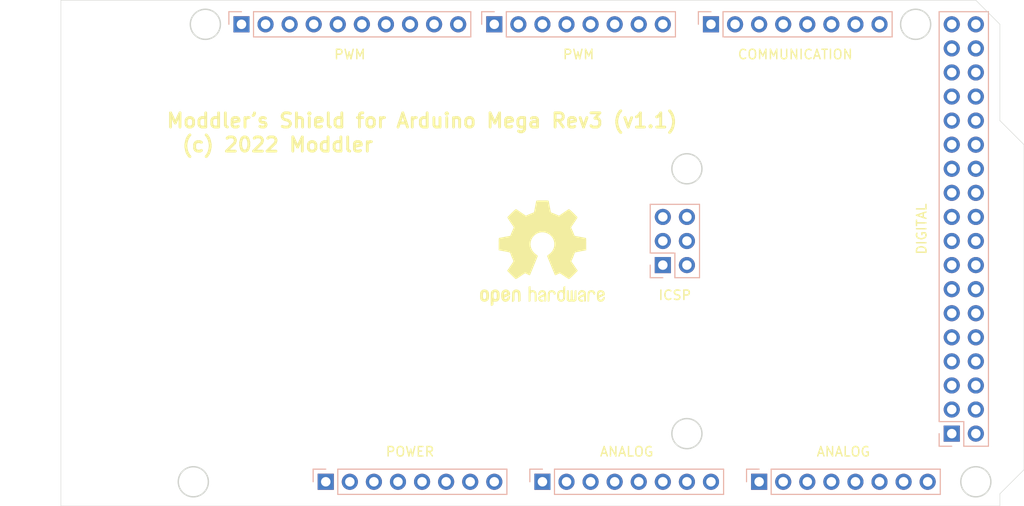
<source format=kicad_pcb>
(kicad_pcb (version 20211014) (generator pcbnew)
  (layers (0 "F.Cu" signal) (31 "B.Cu" signal) (34 "B.Paste" user) (35 "F.Paste" user) (36 "B.SilkS" user "B.Silkscreen") (37 "F.SilkS" user "F.Silkscreen") (38 "B.Mask" user) (39 "F.Mask" user) (44 "Edge.Cuts" user))
  (net 0 "")
  (net 1 "Net-(J1-Pad1)")
  (net 2 "/IOREF")
  (net 3 "/RESET")
  (net 4 "+3V3")
  (net 5 "+5V")
  (net 6 "GND")
  (net 7 "/VIN")
  (net 8 "/A7")
  (net 9 "/A6")
  (net 10 "/A5")
  (net 11 "/A4")
  (net 12 "/A3")
  (net 13 "/A2")
  (net 14 "/A1")
  (net 15 "/A0")
  (net 16 "/A15")
  (net 17 "/A14")
  (net 18 "/A13")
  (net 19 "/A12")
  (net 20 "/A11")
  (net 21 "/A10")
  (net 22 "/A9")
  (net 23 "/A8")
  (net 24 "/SCK")
  (net 25 "/CIPO")
  (net 26 "/COPI")
  (net 27 "/D48")
  (net 28 "/D49")
  (net 29 "/D46")
  (net 30 "/D47")
  (net 31 "/D44")
  (net 32 "/D45")
  (net 33 "/D42")
  (net 34 "/D43")
  (net 35 "/D40")
  (net 36 "/D41")
  (net 37 "/D38")
  (net 38 "/D39")
  (net 39 "/D36")
  (net 40 "/D37")
  (net 41 "/D34")
  (net 42 "/D35")
  (net 43 "/D32")
  (net 44 "/D33")
  (net 45 "/D30")
  (net 46 "/D31")
  (net 47 "/D28")
  (net 48 "/D29")
  (net 49 "/D26")
  (net 50 "/D27")
  (net 51 "/D24")
  (net 52 "/D25")
  (net 53 "/D22")
  (net 54 "/D23")
  (net 55 "/TX3")
  (net 56 "/RX3")
  (net 57 "/TX2")
  (net 58 "/RX2")
  (net 59 "/TX1")
  (net 60 "/RX1")
  (net 61 "/SDA")
  (net 62 "/SCL")
  (net 63 "/D7")
  (net 64 "/D6")
  (net 65 "/D5")
  (net 66 "/D4")
  (net 67 "/D3")
  (net 68 "/D2")
  (net 69 "/TX0")
  (net 70 "/RX0")
  (net 71 "/AREF")
  (net 72 "/D13")
  (net 73 "/D12")
  (net 74 "/D11")
  (net 75 "/D10")
  (net 76 "/D9")
  (net 77 "/D8")
  (net 78 "/~{SS}")
  (footprint "Symbol:OSHW-Logo2_14.6x12mm_SilkScreen" (layer "F.Cu") (at 152.4 102.87)
    (fp_text reference "REF**" hide)
    (fp_text value "OSHW-Logo2_14.6x12mm_SilkScreen" hide)
    (fp_poly (pts (xy -1.255402 3.723857) (xy -1.246846 3.843188) (xy -1.237019 3.913506) (xy -1.223401 3.944179) (xy -1.203473 3.944571) (xy -1.197011 3.94091) (xy -1.11106 3.914398) (xy -0.999255 3.915946) (xy -0.885586 3.943199) (xy -0.81449 3.978455) (xy -0.741595 4.034778) (xy -0.688307 4.098519) (xy -0.651725 4.17951) (xy -0.62895 4.287586) (xy -0.617081 4.43258) (xy -0.613218 4.624326) (xy -0.613149 4.661109) (xy -0.613103 5.074288) (xy -0.705046 5.106339) (xy -0.770348 5.128144) (xy -0.806176 5.138297) (xy -0.80723 5.138391) (xy -0.810758 5.11086) (xy -0.813761 5.034923) (xy -0.81601 4.920565) (xy -0.817276 4.777769) (xy -0.817471 4.690951) (xy -0.817877 4.519773) (xy -0.819968 4.397088) (xy -0.825053 4.313) (xy -0.83444 4.257614) (xy -0.849439 4.221032) (xy -0.871358 4.193359) (xy -0.885043 4.180032) (xy -0.979051 4.126328) (xy -1.081636 4.122307) (xy -1.17471 4.167725) (xy -1.191922 4.184123) (xy -1.217168 4.214957) (xy -1.23468 4.251531) (xy -1.245858 4.304415) (xy -1.252104 4.384177) (xy -1.254818 4.501385) (xy -1.255402 4.662991) (xy -1.255402 5.074288) (xy -1.347345 5.106339) (xy -1.412647 5.128144) (xy -1.448475 5.138297) (xy -1.449529 5.138391) (xy -1.452225 5.110448) (xy -1.454655 5.03163) (xy -1.456722 4.909453) (xy -1.458329 4.751432) (xy -1.459377 4.565083) (xy -1.459769 4.35792) (xy -1.45977 4.348706) (xy -1.45977 3.55902) (xy -1.364885 3.518997) (xy -1.27 3.478973) (xy -1.255402 3.723857)) (layer "F.SilkS") (width 0.01) (fill solid))
    (fp_poly (pts (xy -4.8281 3.861903) (xy -4.71655 3.917522) (xy -4.618092 4.019931) (xy -4.590977 4.057864) (xy -4.561438 4.1075) (xy -4.542272 4.161412) (xy -4.531307 4.233364) (xy -4.526371 4.337122) (xy -4.525287 4.474101) (xy -4.530182 4.661815) (xy -4.547196 4.802758) (xy -4.579823 4.907908) (xy -4.631558 4.988243) (xy -4.705896 5.054741) (xy -4.711358 5.058678) (xy -4.78462 5.098953) (xy -4.87284 5.11888) (xy -4.985038 5.123793) (xy -5.167433 5.123793) (xy -5.167509 5.300857) (xy -5.169207 5.39947) (xy -5.17955 5.457314) (xy -5.206578 5.492006) (xy -5.258332 5.521164) (xy -5.270761 5.527121) (xy -5.328923 5.555039) (xy -5.373956 5.572672) (xy -5.407441 5.574194) (xy -5.430962 5.553781) (xy -5.4461 5.505607) (xy -5.454437 5.423846) (xy -5.457556 5.302672) (xy -5.45704 5.13626) (xy -5.454471 4.918785) (xy -5.453668 4.853736) (xy -5.450778 4.629502) (xy -5.448188 4.482821) (xy -5.167586 4.482821) (xy -5.166009 4.607326) (xy -5.159 4.688787) (xy -5.143142 4.742515) (xy -5.115019 4.783823) (xy -5.095925 4.803971) (xy -5.017865 4.862921) (xy -4.948753 4.86772) (xy -4.87744 4.819038) (xy -4.875632 4.817241) (xy -4.846617 4.779618) (xy -4.828967 4.728484) (xy -4.820064 4.649738) (xy -4.817291 4.529276) (xy -4.817241 4.502588) (xy -4.823942 4.336583) (xy -4.845752 4.221505) (xy -4.885235 4.151254) (xy -4.944956 4.119729) (xy -4.979472 4.116552) (xy -5.061389 4.13146) (xy -5.117579 4.180548) (xy -5.151402 4.270362) (xy -5.16622 4.407445) (xy -5.167586 4.482821) (xy -5.448188 4.482821) (xy -5.447713 4.455952) (xy -5.443753 4.325382) (xy -5.438174 4.230087) (xy -5.430254 4.162364) (xy -5.419269 4.114507) (xy -5.404499 4.078813) (xy -5.385218 4.047578) (xy -5.376951 4.035824) (xy -5.267288 3.924797) (xy -5.128635 3.861847) (xy -4.968246 3.844297) (xy -4.8281 3.861903)) (layer "F.SilkS") (width 0.01) (fill solid))
    (fp_poly (pts (xy 0.079944 3.92436) (xy 0.194343 3.966842) (xy 0.195652 3.967658) (xy 0.266403 4.01973) (xy 0.318636 4.080584) (xy 0.355371 4.159887) (xy 0.379634 4.267309) (xy 0.394445 4.412517) (xy 0.402829 4.605179) (xy 0.403564 4.632628) (xy 0.41412 5.046521) (xy 0.325291 5.092456) (xy 0.261018 5.123498) (xy 0.22221 5.138206) (xy 0.220415 5.138391) (xy 0.2137 5.11125) (xy 0.208365 5.038041) (xy 0.205083 4.931081) (xy 0.204368 4.844469) (xy 0.204351 4.704162) (xy 0.197937 4.616051) (xy 0.17558 4.574025) (xy 0.127732 4.571975) (xy 0.044849 4.60379) (xy -0.080287 4.662272) (xy -0.172303 4.710845) (xy -0.219629 4.752986) (xy -0.233542 4.798916) (xy -0.233563 4.801189) (xy -0.210605 4.880311) (xy -0.14263 4.923055) (xy -0.038602 4.929246) (xy 0.03633 4.928172) (xy 0.075839 4.949753) (xy 0.100478 5.001591) (xy 0.114659 5.067632) (xy 0.094223 5.105104) (xy 0.086528 5.110467) (xy 0.014083 5.132006) (xy -0.087367 5.135055) (xy -0.191843 5.120778) (xy -0.265875 5.094688) (xy -0.368228 5.007785) (xy -0.426409 4.886816) (xy -0.437931 4.792308) (xy -0.429138 4.707062) (xy -0.39732 4.637476) (xy -0.334316 4.575672) (xy -0.231969 4.513772) (xy -0.082118 4.443897) (xy -0.072988 4.439948) (xy 0.061997 4.377588) (xy 0.145294 4.326446) (xy 0.180997 4.280488) (xy 0.173203 4.233683) (xy 0.126007 4.179998) (xy 0.111894 4.167644) (xy 0.017359 4.119741) (xy -0.080594 4.121758) (xy -0.165903 4.168724) (xy -0.222504 4.255669) (xy -0.227763 4.272734) (xy -0.278977 4.355504) (xy -0.343963 4.395372) (xy -0.437931 4.434882) (xy -0.437931 4.332658) (xy -0.409347 4.184072) (xy -0.324505 4.047784) (xy -0.280355 4.002191) (xy -0.179995 3.943674) (xy -0.052365 3.917184) (xy 0.079944 3.92436)) (layer "F.SilkS") (width 0.01) (fill solid))
    (fp_poly (pts (xy 2.393914 4.154455) (xy 2.393543 4.372661) (xy 2.392108 4.540519) (xy 2.389002 4.66607) (xy 2.383622 4.757355) (xy 2.375362 4.822415) (xy 2.363616 4.869291) (xy 2.347781 4.906024) (xy 2.33579 4.926991) (xy 2.23649 5.040694) (xy 2.110588 5.111965) (xy 1.971291 5.137538) (xy 1.831805 5.11415) (xy 1.748743 5.072119) (xy 1.661545 4.999411) (xy 1.602117 4.910612) (xy 1.566261 4.79432) (xy 1.549781 4.639135) (xy 1.547447 4.525287) (xy 1.547761 4.517106) (xy 1.751724 4.517106) (xy 1.75297 4.647657) (xy 1.758678 4.73408) (xy 1.771804 4.790618) (xy 1.795306 4.831514) (xy 1.823386 4.862362) (xy 1.917688 4.921905) (xy 2.01894 4.926992) (xy 2.114636 4.877279) (xy 2.122084 4.870543) (xy 2.153874 4.835502) (xy 2.173808 4.793811) (xy 2.1846 4.731762) (xy 2.188965 4.635644) (xy 2.189655 4.529379) (xy 2.188159 4.39588) (xy 2.181964 4.306822) (xy 2.168514 4.248293) (xy 2.145251 4.206382) (xy 2.126175 4.184123) (xy 2.037563 4.127985) (xy 1.935508 4.121235) (xy 1.838095 4.164114) (xy 1.819296 4.180032) (xy 1.787293 4.215382) (xy 1.767318 4.257502) (xy 1.756593 4.320251) (xy 1.752339 4.417487) (xy 1.751724 4.517106) (xy 1.547761 4.517106) (xy 1.554504 4.341947) (xy 1.578472 4.204195) (xy 1.623548 4.100632) (xy 1.693928 4.019856) (xy 1.748743 3.978455) (xy 1.848376 3.933728) (xy 1.963855 3.912967) (xy 2.071199 3.918525) (xy 2.131264 3.940943) (xy 2.154835 3.947323) (xy 2.170477 3.923535) (xy 2.181395 3.859788) (xy 2.189655 3.762687) (xy 2.198699 3.654541) (xy 2.211261 3.589475) (xy 2.234119 3.552268) (xy 2.274051 3.527699) (xy 2.299138 3.516819) (xy 2.394023 3.477072) (xy 2.393914 4.154455)) (layer "F.SilkS") (width 0.01) (fill solid))
    (fp_poly (pts (xy 4.314406 3.935156) (xy 4.398469 3.973393) (xy 4.46445 4.019726) (xy 4.512794 4.071532) (xy 4.546172 4.138363) (xy 4.567253 4.229769) (xy 4.578707 4.355301) (xy 4.583203 4.524508) (xy 4.583678 4.635933) (xy 4.583678 5.070627) (xy 4.509316 5.104509) (xy 4.450746 5.129272) (xy 4.42173 5.138391) (xy 4.416179 5.111257) (xy 4.411775 5.038094) (xy 4.409078 4.931263) (xy 4.408506 4.846437) (xy 4.406046 4.723887) (xy 4.399412 4.626668) (xy 4.389726 4.567134) (xy 4.382032 4.554483) (xy 4.330311 4.567402) (xy 4.249117 4.600539) (xy 4.155102 4.645461) (xy 4.064917 4.693735) (xy 3.995215 4.736928) (xy 3.962648 4.766608) (xy 3.962519 4.766929) (xy 3.96532 4.821857) (xy 3.990439 4.874292) (xy 4.034541 4.916881) (xy 4.098909 4.931126) (xy 4.153921 4.929466) (xy 4.231835 4.928245) (xy 4.272732 4.946498) (xy 4.297295 4.994726) (xy 4.300392 5.00382) (xy 4.31104 5.072598) (xy 4.282565 5.11436) (xy 4.208344 5.134263) (xy 4.128168 5.137944) (xy 3.98389 5.110658) (xy 3.909203 5.07169) (xy 3.816963 4.980148) (xy 3.768043 4.867782) (xy 3.763654 4.749051) (xy 3.805001 4.638411) (xy 3.867197 4.56908) (xy 3.929294 4.530265) (xy 4.026895 4.481125) (xy 4.140632 4.431292) (xy 4.15959 4.423677) (xy 4.284521 4.368545) (xy 4.356539 4.319954) (xy 4.3797 4.271647) (xy 4.358064 4.21737) (xy 4.32092 4.174943) (xy 4.233127 4.122702) (xy 4.13653 4.118784) (xy 4.047944 4.159041) (xy 3.984186 4.239326) (xy 3.975817 4.26004) (xy 3.927096 4.336225) (xy 3.855965 4.392785) (xy 3.766207 4.439201) (xy 3.766207 4.307584) (xy 3.77149 4.227168) (xy 3.794142 4.163786) (xy 3.844367 4.096163) (xy 3.892582 4.044076) (xy 3.967554 3.970322) (xy 4.025806 3.930702) (xy 4.088372 3.91481) (xy 4.159193 3.912184) (xy 4.314406 3.935156)) (layer "F.SilkS") (width 0.01) (fill solid))
    (fp_poly (pts (xy 0.209014 -5.547002) (xy 0.367006 -5.546137) (xy 0.481347 -5.543795) (xy 0.559407 -5.539238) (xy 0.608554 -5.53173) (xy 0.636159 -5.520534) (xy 0.649592 -5.504912) (xy 0.656221 -5.484127) (xy 0.656865 -5.481437) (xy 0.666935 -5.432887) (xy 0.685575 -5.337095) (xy 0.710845 -5.204257) (xy 0.740807 -5.044569) (xy 0.773522 -4.868226) (xy 0.774664 -4.862033) (xy 0.807433 -4.689218) (xy 0.838093 -4.536531) (xy 0.864664 -4.413129) (xy 0.885167 -4.328169) (xy 0.897626 -4.29081) (xy 0.89822 -4.290148) (xy 0.934919 -4.271905) (xy 1.010586 -4.241503) (xy 1.108878 -4.205507) (xy 1.109425 -4.205315) (xy 1.233233 -4.158778) (xy 1.379196 -4.099496) (xy 1.516781 -4.039891) (xy 1.523293 -4.036944) (xy 1.74739 -3.935235) (xy 2.243619 -4.274103) (xy 2.395846 -4.377408) (xy 2.533741 -4.469763) (xy 2.649315 -4.545916) (xy 2.734579 -4.600615) (xy 2.781544 -4.628607) (xy 2.786004 -4.630683) (xy 2.820134 -4.62144) (xy 2.883881 -4.576844) (xy 2.979731 -4.494791) (xy 3.110169 -4.373179) (xy 3.243328 -4.243795) (xy 3.371694 -4.116298) (xy 3.486581 -3.999954) (xy 3.581073 -3.901948) (xy 3.648253 -3.829464) (xy 3.681206 -3.789687) (xy 3.682432 -3.787639) (xy 3.686074 -3.760344) (xy 3.67235 -3.715766) (xy 3.637869 -3.647888) (xy 3.579239 -3.550689) (xy 3.49307 -3.418149) (xy 3.3782 -3.247524) (xy 3.276254 -3.097345) (xy 3.185123 -2.96265) (xy 3.110073 -2.85126) (xy 3.056369 -2.770995) (xy 3.02928 -2.729675) (xy 3.027574 -2.72687) (xy 3.030882 -2.687279) (xy 3.055953 -2.610331) (xy 3.097798 -2.510568) (xy 3.112712 -2.478709) (xy 3.177786 -2.336774) (xy 3.247212 -2.175727) (xy 3.303609 -2.036379) (xy 3.344247 -1.932956) (xy 3.376526 -1.854358) (xy 3.395178 -1.81328) (xy 3.397497 -1.810115) (xy 3.431803 -1.804872) (xy 3.512669 -1.790506) (xy 3.629343 -1.769063) (xy 3.771075 -1.742587) (xy 3.92711 -1.713123) (xy 4.086698 -1.682717) (xy 4.239085 -1.653412) (xy 4.373521 -1.627255) (xy 4.479252 -1.60629) (xy 4.545526 -1.592561) (xy 4.561782 -1.58868) (xy 4.578573 -1.5791) (xy 4.591249 -1.557464) (xy 4.600378 -1.516469) (xy 4.606531 -1.448811) (xy 4.61028 -1.347188) (xy 4.612192 -1.204297) (xy 4.61284 -1.012835) (xy 4.612874 -0.934355) (xy 4.612874 -0.296094) (xy 4.459598 -0.26584) (xy 4.374322 -0.249436) (xy 4.24707 -0.225491) (xy 4.093315 -0.196893) (xy 3.928534 -0.166533) (xy 3.882989 -0.158194) (xy 3.730932 -0.12863) (xy 3.598468 -0.099558) (xy 3.496714 -0.073671) (xy 3.436788 -0.053663) (xy 3.426805 -0.047699) (xy 3.402293 -0.005466) (xy 3.367148 0.07637) (xy 3.328173 0.181683) (xy 3.320442 0.204368) (xy 3.26936 0.345018) (xy 3.205954 0.503714) (xy 3.143904 0.646225) (xy 3.143598 0.646886) (xy 3.040267 0.87044) (xy 3.719961 1.870232) (xy 3.283621 2.3073) (xy 3.151649 2.437381) (xy 3.031279 2.552048) (xy 2.929273 2.645181) (xy 2.852391 2.710658) (xy 2.807393 2.742357) (xy 2.800938 2.744368) (xy 2.76304 2.728529) (xy 2.685708 2.684496) (xy 2.577389 2.61749) (xy 2.446532 2.532734) (xy 2.305052 2.437816) (xy 2.161461 2.340998) (xy 2.033435 2.256751) (xy 1.929105 2.190258) (xy 1.8566 2.146702) (xy 1.824158 2.131264) (xy 1.784576 2.144328) (xy 1.709519 2.17875) (xy 1.614468 2.22738) (xy 1.604392 2.232785) (xy 1.476391 2.29698) (xy 1.388618 2.328463) (xy 1.334028 2.328798) (xy 1.305575 2.299548) (xy 1.30541 2.299138) (xy 1.291188 2.264498) (xy 1.257269 2.182269) (xy 1.206284 2.058814) (xy 1.140862 1.900498) (xy 1.063634 1.713686) (xy 0.977229 1.504742) (xy 0.893551 1.302446) (xy 0.801588 1.0792) (xy 0.71715 0.872392) (xy 0.642769 0.688362) (xy 0.580974 0.533451) (xy 0.534297 0.413996) (xy 0.505268 0.336339) (xy 0.496322 0.307356) (xy 0.518756 0.27411) (xy 0.577439 0.221123) (xy 0.655689 0.162704) (xy 0.878534 -0.022048) (xy 1.052718 -0.233818) (xy 1.176154 -0.468144) (xy 1.246754 -0.720566) (xy 1.262431 -0.986623) (xy 1.251036 -1.109425) (xy 1.18895 -1.364207) (xy 1.082023 -1.589199) (xy 0.936889 -1.782183) (xy 0.760178 -1.940939) (xy 0.558522 -2.06325) (xy 0.338554 -2.146895) (xy 0.106906 -2.189656) (xy -0.129791 -2.189313) (xy -0.364905 -2.143648) (xy -0.591804 -2.050441) (xy -0.803856 -1.907473) (xy -0.892364 -1.826617) (xy -1.062111 -1.618993) (xy -1.180301 -1.392105) (xy -1.247722 -1.152567) (xy -1.26516 -0.906993) (xy -1.233402 -0.661997) (xy -1.153235 -0.424192) (xy -1.025445 -0.200193) (xy -0.85082 0.003387) (xy -0.655688 0.162704) (xy -0.574409 0.223602) (xy -0.516991 0.276015) (xy -0.496322 0.307406) (xy -0.507144 0.341639) (xy -0.537923 0.423419) (xy -0.586126 0.546407) (xy -0.649222 0.704263) (xy -0.724678 0.890649) (xy -0.809962 1.099226) (xy -0.893781 1.302496) (xy -0.986255 1.525933) (xy -1.071911 1.732984) (xy -1.148118 1.917286) (xy -1.212247 2.072475) (xy -1.261668 2.192188) (xy -1.293752 2.270061) (xy -1.305641 2.299138) (xy -1.333726 2.328677) (xy -1.388051 2.328591) (xy -1.475605 2.297326) (xy -1.603381 2.233329) (xy -1.604392 2.232785) (xy -1.700598 2.183121) (xy -1.778369 2.146945) (xy -1.822223 2.131408) (xy -1.824158 2.131264) (xy -1.857171 2.147024) (xy -1.930054 2.19085) (xy -2.034678 2.257557) (xy -2.16291 2.341964) (xy -2.305052 2.437816) (xy -2.449767 2.534867) (xy -2.580196 2.61927) (xy -2.68789 2.685801) (xy -2.764402 2.729238) (xy -2.800938 2.744368) (xy -2.834582 2.724482) (xy -2.902224 2.668903) (xy -2.997107 2.583754) (xy -3.11247 2.475153) (xy -3.241555 2.349221) (xy -3.283771 2.307149) (xy -3.720261 1.869931) (xy -3.388023 1.38234) (xy -3.287054 1.232605) (xy -3.198438 1.09822) (xy -3.127146 0.986969) (xy -3.07815 0.906639) (xy -3.056422 0.865014) (xy -3.055785 0.862053) (xy -3.06724 0.822818) (xy -3.098051 0.743895) (xy -3.142884 0.638509) (xy -3.174353 0.567954) (xy -3.233192 0.432876) (xy -3.288604 0.296409) (xy -3.331564 0.181103) (xy -3.343234 0.145977) (xy -3.376389 0.052174) (xy -3.408799 -0.020306) (xy -3.426601 -0.047699) (xy -3.465886 -0.064464) (xy -3.551626 -0.08823) (xy -3.672697 -0.116303) (xy -3.817973 -0.145991) (xy -3.882988 -0.158194) (xy -4.048087 -0.188532) (xy -4.206448 -0.217907) (xy -4.342596 -0.243431) (xy -4.441057 -0.262215) (xy -4.459598 -0.26584) (xy -4.612873 -0.296094) (xy -4.612873 -0.934355) (xy -4.612529 -1.14423) (xy -4.611116 -1.30302) (xy -4.608064 -1.418027) (xy -4.602803 -1.496554) (xy -4.594763 -1.545904) (xy -4.583373 -1.573381) (xy -4.568063 -1.586287) (xy -4.561782 -1.58868) (xy -4.523896 -1.597167) (xy -4.440195 -1.6141) (xy -4.321433 -1.637434) (xy -4.178361 -1.665125) (xy -4.021732 -1.695127) (xy -3.862297 -1.725396) (xy -3.710809 -1.753885) (xy -3.578019 -1.778551) (xy -3.474681 -1.797349) (xy -3.411545 -1.808233) (xy -3.397497 -1.810115) (xy -3.38477 -1.835296) (xy -3.3566 -1.902378) (xy -3.318252 -1.998667) (xy -3.303609 -2.036379) (xy -3.244548 -2.182079) (xy -3.175 -2.343049) (xy -3.112712 -2.478709) (xy -3.066879 -2.582439) (xy -3.036387 -2.667674) (xy -3.026208 -2.719874) (xy -3.027831 -2.72687) (xy -3.049343 -2.759898) (xy -3.098465 -2.833357) (xy -3.169923 -2.939423) (xy -3.258445 -3.070274) (xy -3.358759 -3.218088) (xy -3.378594 -3.247266) (xy -3.494988 -3.420137) (xy -3.580548 -3.551774) (xy -3.638684 -3.648239) (xy -3.672808 -3.715592) (xy -3.686331 -3.759894) (xy -3.682664 -3.787206) (xy -3.68257 -3.78738) (xy -3.653707 -3.823254) (xy -3.589867 -3.892609) (xy -3.497969 -3.988255) (xy -3.384933 -4.103001) (xy -3.257679 -4.229659) (xy -3.243328 -4.243795) (xy -3.082957 -4.399097) (xy -2.959195 -4.51313) (xy -2.869555 -4.587998) (xy -2.811552 -4.625804) (xy -2.786004 -4.630683) (xy -2.748718 -4.609397) (xy -2.671343 -4.560227) (xy -2.561867 -4.488425) (xy -2.42828 -4.399245) (xy -2.27857 -4.297937) (xy -2.243618 -4.274103) (xy -1.74739 -3.935235) (xy -1.523293 -4.036944) (xy -1.387011 -4.096217) (xy -1.240724 -4.15583) (xy -1.114965 -4.20336) (xy -1.109425 -4.205315) (xy -1.011057 -4.241323) (xy -0.935229 -4.271771) (xy -0.898282 -4.290095) (xy -0.89822 -4.290148) (xy -0.886496 -4.323271) (xy -0.866568 -4.404733) (xy -0.840413 -4.525375) (xy -0.81001 -4.676041) (xy -0.777337 -4.847572) (xy -0.774664 -4.862033) (xy -0.74189 -5.038765) (xy -0.711802 -5.19919) (xy -0.686339 -5.333112) (xy -0.667441 -5.430337) (xy -0.657047 -5.480668) (xy -0.656865 -5.481437) (xy -0.650539 -5.502847) (xy -0.638239 -5.519012) (xy -0.612594 -5.530669) (xy -0.566235 -5.538555) (xy -0.491792 -5.543407) (xy -0.381895 -5.545961) (xy -0.229175 -5.546955) (xy -0.026262 -5.547126) (xy 0 -5.547126) (xy 0.209014 -5.547002)) (layer "F.SilkS") (width 0.01) (fill solid))
    (fp_poly (pts (xy 6.343439 3.95654) (xy 6.45895 4.032034) (xy 6.514664 4.099617) (xy 6.558804 4.222255) (xy 6.562309 4.319298) (xy 6.554368 4.449056) (xy 6.255115 4.580039) (xy 6.109611 4.646958) (xy 6.014537 4.70079) (xy 5.965101 4.747416) (xy 5.956511 4.79272) (xy 5.983972 4.842582) (xy 6.014253 4.875632) (xy 6.102363 4.928633) (xy 6.198196 4.932347) (xy 6.286212 4.891041) (xy 6.350869 4.808983) (xy 6.362433 4.780008) (xy 6.417825 4.689509) (xy 6.481553 4.65094) (xy 6.568966 4.617946) (xy 6.568966 4.743034) (xy 6.561238 4.828156) (xy 6.530966 4.899938) (xy 6.467518 4.982356) (xy 6.458088 4.993066) (xy 6.387513 5.066391) (xy 6.326847 5.105742) (xy 6.25095 5.123845) (xy 6.18803 5.129774) (xy 6.075487 5.131251) (xy 5.99537 5.112535) (xy 5.94539 5.084747) (xy 5.866838 5.023641) (xy 5.812463 4.957554) (xy 5.778052 4.874441) (xy 5.759388 4.762254) (xy 5.752256 4.608946) (xy 5.751687 4.531136) (xy 5.753622 4.437853) (xy 5.929899 4.437853) (xy 5.931944 4.487896) (xy 5.937039 4.496092) (xy 5.970666 4.484958) (xy 6.04303 4.455493) (xy 6.139747 4.413601) (xy 6.159973 4.404597) (xy 6.282203 4.342442) (xy 6.349547 4.287815) (xy 6.364348 4.236649) (xy 6.328947 4.184876) (xy 6.299711 4.162) (xy 6.194216 4.11625) (xy 6.095476 4.123808) (xy 6.012812 4.179651) (xy 5.955548 4.278753) (xy 5.937188 4.357414) (xy 5.929899 4.437853) (xy 5.753622 4.437853) (xy 5.755459 4.349351) (xy 5.769359 4.214853) (xy 5.796894 4.116916) (xy 5.841572 4.044811) (xy 5.906901 3.987813) (xy 5.935383 3.969393) (xy 6.064763 3.921422) (xy 6.206412 3.918403) (xy 6.343439 3.95654)) (layer "F.SilkS") (width 0.01) (fill solid))
    (fp_poly (pts (xy 3.580124 3.93984) (xy 3.584579 4.016653) (xy 3.588071 4.133391) (xy 3.590315 4.280821) (xy 3.591035 4.435455) (xy 3.591035 4.958727) (xy 3.498645 5.051117) (xy 3.434978 5.108047) (xy 3.379089 5.131107) (xy 3.302702 5.129647) (xy 3.27238 5.125934) (xy 3.17761 5.115126) (xy 3.099222 5.108933) (xy 3.080115 5.108361) (xy 3.015699 5.112102) (xy 2.923571 5.121494) (xy 2.88785 5.125934) (xy 2.800114 5.132801) (xy 2.741153 5.117885) (xy 2.68269 5.071835) (xy 2.661585 5.051117) (xy 2.569195 4.958727) (xy 2.569195 3.979947) (xy 2.643558 3.946066) (xy 2.70759 3.92097) (xy 2.745052 3.912184) (xy 2.754657 3.93995) (xy 2.763635 4.01753) (xy 2.771386 4.136348) (xy 2.777314 4.287828) (xy 2.780173 4.415805) (xy 2.788161 4.919425) (xy 2.857848 4.929278) (xy 2.921229 4.922389) (xy 2.952286 4.900083) (xy 2.960967 4.858379) (xy 2.968378 4.769544) (xy 2.973931 4.644834) (xy 2.977036 4.495507) (xy 2.977484 4.418661) (xy 2.977931 3.976287) (xy 3.069874 3.944235) (xy 3.134949 3.922443) (xy 3.170347 3.912281) (xy 3.171368 3.912184) (xy 3.17492 3.939809) (xy 3.178823 4.016411) (xy 3.182751 4.132579) (xy 3.186376 4.278904) (xy 3.188908 4.415805) (xy 3.196897 4.919425) (xy 3.372069 4.919425) (xy 3.380107 4.459965) (xy 3.388146 4.000505) (xy 3.473543 3.956344) (xy 3.536593 3.926019) (xy 3.57391 3.912258) (xy 3.574987 3.912184) (xy 3.580124 3.93984)) (layer "F.SilkS") (width 0.01) (fill solid))
    (fp_poly (pts (xy -5.951779 3.866015) (xy -5.814939 3.937968) (xy -5.713949 4.053766) (xy -5.678075 4.128213) (xy -5.650161 4.239992) (xy -5.635871 4.381227) (xy -5.634516 4.535371) (xy -5.645405 4.685879) (xy -5.667847 4.816205) (xy -5.70115 4.909803) (xy -5.711385 4.925922) (xy -5.832618 5.046249) (xy -5.976613 5.118317) (xy -6.132861 5.139408) (xy -6.290852 5.106802) (xy -6.33482 5.087253) (xy -6.420444 5.027012) (xy -6.495592 4.947135) (xy -6.502694 4.937004) (xy -6.531561 4.888181) (xy -6.550643 4.83599) (xy -6.561916 4.767285) (xy -6.567355 4.668918) (xy -6.568938 4.527744) (xy -6.568965 4.496092) (xy -6.568893 4.486019) (xy -6.277011 4.486019) (xy -6.275313 4.619256) (xy -6.268628 4.707674) (xy -6.254575 4.764785) (xy -6.230771 4.804102) (xy -6.218621 4.817241) (xy -6.148764 4.867172) (xy -6.080941 4.864895) (xy -6.012365 4.821584) (xy -5.971465 4.775346) (xy -5.947242 4.707857) (xy -5.933639 4.601433) (xy -5.932706 4.58902) (xy -5.930384 4.396147) (xy -5.95465 4.2529) (xy -6.005176 4.16016) (xy -6.081632 4.118807) (xy -6.108924 4.116552) (xy -6.180589 4.127893) (xy -6.22961 4.167184) (xy -6.259582 4.242326) (xy -6.274101 4.361222) (xy -6.277011 4.486019) (xy -6.568893 4.486019) (xy -6.567878 4.345659) (xy -6.563312 4.240549) (xy -6.553312 4.167714) (xy -6.535921 4.114108) (xy -6.509184 4.066681) (xy -6.503276 4.057864) (xy -6.403968 3.939007) (xy -6.295758 3.870008) (xy -6.164019 3.842619) (xy -6.119283 3.841281) (xy -5.951779 3.866015)) (layer "F.SilkS") (width 0.01) (fill solid))
    (fp_poly (pts (xy 5.33569 3.940018) (xy 5.370585 3.955269) (xy 5.453877 4.021235) (xy 5.525103 4.116618) (xy 5.569153 4.218406) (xy 5.576322 4.268587) (xy 5.552285 4.338647) (xy 5.499561 4.375717) (xy 5.443031 4.398164) (xy 5.417146 4.4023) (xy 5.404542 4.372283) (xy 5.379654 4.306961) (xy 5.368735 4.277445) (xy 5.307508 4.175348) (xy 5.218861 4.124423) (xy 5.105193 4.125989) (xy 5.096774 4.127994) (xy 5.036088 4.156767) (xy 4.991474 4.212859) (xy 4.961002 4.303163) (xy 4.942744 4.434571) (xy 4.934771 4.613974) (xy 4.934023 4.709433) (xy 4.933652 4.859913) (xy 4.931223 4.962495) (xy 4.92476 5.027672) (xy 4.912288 5.065938) (xy 4.891833 5.087785) (xy 4.861419 5.103707) (xy 4.859661 5.104509) (xy 4.801091 5.129272) (xy 4.772075 5.138391) (xy 4.767616 5.110822) (xy 4.763799 5.03462) (xy 4.760899 4.919541) (xy 4.759191 4.775341) (xy 4.758851 4.669814) (xy 4.760588 4.465613) (xy 4.767382 4.310697) (xy 4.781607 4.196024) (xy 4.805638 4.112551) (xy 4.841848 4.051236) (xy 4.892612 4.003034) (xy 4.942739 3.969393) (xy 5.063275 3.924619) (xy 5.203557 3.914521) (xy 5.33569 3.940018)) (layer "F.SilkS") (width 0.01) (fill solid))
    (fp_poly (pts (xy -3.684448 3.884676) (xy -3.569342 3.962111) (xy -3.480389 4.073949) (xy -3.427251 4.216265) (xy -3.416503 4.321015) (xy -3.417724 4.364726) (xy -3.427944 4.398194) (xy -3.456039 4.428179) (xy -3.510884 4.46144) (xy -3.601355 4.504738) (xy -3.736328 4.564833) (xy -3.737011 4.565134) (xy -3.861249 4.622037) (xy -3.963127 4.672565) (xy -4.032233 4.71128) (xy -4.058154 4.73274) (xy -4.058161 4.732913) (xy -4.035315 4.779644) (xy -3.981891 4.831154) (xy -3.920558 4.868261) (xy -3.889485 4.875632) (xy -3.804711 4.850138) (xy -3.731707 4.786291) (xy -3.696087 4.716094) (xy -3.66182 4.664343) (xy -3.594697 4.605409) (xy -3.515792 4.554496) (xy -3.446179 4.526809) (xy -3.431623 4.525287) (xy -3.415237 4.550321) (xy -3.41425 4.614311) (xy -3.426292 4.700593) (xy -3.448993 4.792501) (xy -3.479986 4.873369) (xy -3.481552 4.876509) (xy -3.574819 5.006734) (xy -3.695696 5.095311) (xy -3.832973 5.138786) (xy -3.97544 5.133706) (xy -4.111888 5.076616) (xy -4.117955 5.072602) (xy -4.22529 4.975326) (xy -4.295868 4.848409) (xy -4.334926 4.681526) (xy -4.340168 4.634639) (xy -4.349452 4.413329) (xy -4.338322 4.310124) (xy -4.058161 4.310124) (xy -4.054521 4.374503) (xy -4.034611 4.393291) (xy -3.984974 4.379235) (xy -3.906733 4.346009) (xy -3.819274 4.304359) (xy -3.817101 4.303256) (xy -3.74297 4.264265) (xy -3.713219 4.238244) (xy -3.720555 4.210965) (xy -3.751447 4.175121) (xy -3.83004 4.123251) (xy -3.914677 4.119439) (xy -3.990597 4.157189) (xy -4.043035 4.230001) (xy -4.058161 4.310124) (xy -4.338322 4.310124) (xy -4.330356 4.236261) (xy -4.281366 4.095829) (xy -4.213164 3.997447) (xy -4.090065 3.89803) (xy -3.954472 3.848711) (xy -3.816045 3.845568) (xy -3.684448 3.884676)) (layer "F.SilkS") (width 0.01) (fill solid))
    (fp_poly (pts (xy 1.065943 3.92192) (xy 1.198565 3.970859) (xy 1.30601 4.057419) (xy 1.348032 4.118352) (xy 1.393843 4.230161) (xy 1.392891 4.311006) (xy 1.344808 4.365378) (xy 1.327017 4.374624) (xy 1.250204 4.40345) (xy 1.210976 4.396065) (xy 1.197689 4.347658) (xy 1.197012 4.32092) (xy 1.172686 4.222548) (xy 1.109281 4.153734) (xy 1.021154 4.120498) (xy 0.922663 4.128861) (xy 0.842602 4.172296) (xy 0.815561 4.197072) (xy 0.796394 4.227129) (xy 0.783446 4.272565) (xy 0.775064 4.343476) (xy 0.769593 4.44996) (xy 0.765378 4.602112) (xy 0.764287 4.650287) (xy 0.760307 4.815095) (xy 0.755781 4.931088) (xy 0.748995 5.007833) (xy 0.738231 5.054893) (xy 0.721773 5.081835) (xy 0.697906 5.098223) (xy 0.682626 5.105463) (xy 0.617733 5.13022) (xy 0.579534 5.138391) (xy 0.566912 5.111103) (xy 0.559208 5.028603) (xy 0.55638 4.889941) (xy 0.558386 4.694162) (xy 0.559011 4.663965) (xy 0.563421 4.485349) (xy 0.568635 4.354923) (xy 0.576055 4.262492) (xy 0.587082 4.197858) (xy 0.603117 4.150825) (xy 0.625561 4.111196) (xy 0.637302 4.094215) (xy 0.704619 4.01908) (xy 0.77991 3.960638) (xy 0.789128 3.955536) (xy 0.924133 3.91526) (xy 1.065943 3.92192)) (layer "F.SilkS") (width 0.01) (fill solid))
    (fp_poly (pts (xy -2.582571 3.877719) (xy -2.488877 3.931914) (xy -2.423736 3.985707) (xy -2.376093 4.042066) (xy -2.343272 4.110987) (xy -2.322594 4.202468) (xy -2.31138 4.326506) (xy -2.306951 4.493098) (xy -2.306437 4.612851) (xy -2.306437 5.053659) (xy -2.430517 5.109283) (xy -2.554598 5.164907) (xy -2.569195 4.682095) (xy -2.575227 4.501779) (xy -2.581555 4.370901) (xy -2.589394 4.280511) (xy -2.599963 4.221664) (xy -2.614477 4.185413) (xy -2.634152 4.16281) (xy -2.640465 4.157917) (xy -2.736112 4.119706) (xy -2.832793 4.134827) (xy -2.890345 4.174943) (xy -2.913755 4.20337) (xy -2.929961 4.240672) (xy -2.940259 4.297223) (xy -2.945951 4.383394) (xy -2.948336 4.509558) (xy -2.948736 4.641042) (xy -2.948814 4.805999) (xy -2.951639 4.922761) (xy -2.961093 5.00151) (xy -2.98106 5.052431) (xy -3.015424 5.085706) (xy -3.068068 5.11152) (xy -3.138383 5.138344) (xy -3.21518 5.167542) (xy -3.206038 4.649346) (xy -3.202357 4.462539) (xy -3.19805 4.32449) (xy -3.191877 4.225568) (xy -3.182598 4.156145) (xy -3.168973 4.10659) (xy -3.149761 4.067273) (xy -3.126598 4.032584) (xy -3.014848 3.92177) (xy -2.878487 3.857689) (xy -2.730175 3.842339) (xy -2.582571 3.877719)) (layer "F.SilkS") (width 0.01) (fill solid))
  )
  (footprint "Connector_PinHeader_2.54mm:PinHeader_1x08_P2.54mm_Vertical" (layer "B.Cu") (at 129.54 127 -90)
    (fp_text reference "J1" hide)
    (fp_text value "POWER" (at -3.175 -8.89) (layer "F.SilkS"))
    (fp_line (start -1.33 -1.27) (end -1.33 -19.11) (layer "B.SilkS") (width 0.12))
    (fp_line (start -1.33 1.33) (end 0 1.33) (layer "B.SilkS") (width 0.12))
    (fp_line (start -1.33 0) (end -1.33 1.33) (layer "B.SilkS") (width 0.12))
    (fp_line (start -1.33 -1.27) (end 1.33 -1.27) (layer "B.SilkS") (width 0.12))
    (fp_line (start 1.33 -1.27) (end 1.33 -19.11) (layer "B.SilkS") (width 0.12))
    (fp_line (start -1.33 -19.11) (end 1.33 -19.11) (layer "B.SilkS") (width 0.12))
    (pad "1" thru_hole rect locked (at 0 0 270) (size 1.7 1.7) (drill 1) (layers *.Cu *.Mask) (net 1 "Net-(J1-Pad1)"))
    (pad "2" thru_hole oval locked (at 0 -2.54 270) (size 1.7 1.7) (drill 1) (layers *.Cu *.Mask) (net 2 "/IOREF"))
    (pad "3" thru_hole oval locked (at 0 -5.08 270) (size 1.7 1.7) (drill 1) (layers *.Cu *.Mask) (net 3 "/RESET"))
    (pad "4" thru_hole oval locked (at 0 -7.62 270) (size 1.7 1.7) (drill 1) (layers *.Cu *.Mask) (net 4 "+3V3"))
    (pad "5" thru_hole oval locked (at 0 -10.16 270) (size 1.7 1.7) (drill 1) (layers *.Cu *.Mask) (net 5 "+5V"))
    (pad "6" thru_hole oval locked (at 0 -12.7 270) (size 1.7 1.7) (drill 1) (layers *.Cu *.Mask) (net 6 "GND"))
    (pad "7" thru_hole oval locked (at 0 -15.24 270) (size 1.7 1.7) (drill 1) (layers *.Cu *.Mask) (net 6 "GND"))
    (pad "8" thru_hole oval locked (at 0 -17.78 270) (size 1.7 1.7) (drill 1) (layers *.Cu *.Mask) (net 7 "/VIN"))
  )
  (footprint "Connector_PinHeader_2.54mm:PinHeader_1x08_P2.54mm_Vertical" (layer "B.Cu") (at 152.4 127 -90)
    (fp_text reference "J2" hide)
    (fp_text value "ANALOG" (at -3.175 -8.89) (layer "F.SilkS"))
    (fp_line (start -1.33 -19.11) (end 1.33 -19.11) (layer "B.SilkS") (width 0.12))
    (fp_line (start -1.33 -1.27) (end 1.33 -1.27) (layer "B.SilkS") (width 0.12))
    (fp_line (start -1.33 1.33) (end 0 1.33) (layer "B.SilkS") (width 0.12))
    (fp_line (start -1.33 -1.27) (end -1.33 -19.11) (layer "B.SilkS") (width 0.12))
    (fp_line (start 1.33 -1.27) (end 1.33 -19.11) (layer "B.SilkS") (width 0.12))
    (fp_line (start -1.33 0) (end -1.33 1.33) (layer "B.SilkS") (width 0.12))
    (pad "1" thru_hole rect locked (at 0 0 270) (size 1.7 1.7) (drill 1) (layers *.Cu *.Mask) (net 15 "/A0"))
    (pad "2" thru_hole oval locked (at 0 -2.54 270) (size 1.7 1.7) (drill 1) (layers *.Cu *.Mask) (net 14 "/A1"))
    (pad "3" thru_hole oval locked (at 0 -5.08 270) (size 1.7 1.7) (drill 1) (layers *.Cu *.Mask) (net 13 "/A2"))
    (pad "4" thru_hole oval locked (at 0 -7.62 270) (size 1.7 1.7) (drill 1) (layers *.Cu *.Mask) (net 12 "/A3"))
    (pad "5" thru_hole oval locked (at 0 -10.16 270) (size 1.7 1.7) (drill 1) (layers *.Cu *.Mask) (net 11 "/A4"))
    (pad "6" thru_hole oval locked (at 0 -12.7 270) (size 1.7 1.7) (drill 1) (layers *.Cu *.Mask) (net 10 "/A5"))
    (pad "7" thru_hole oval locked (at 0 -15.24 270) (size 1.7 1.7) (drill 1) (layers *.Cu *.Mask) (net 9 "/A6"))
    (pad "8" thru_hole oval locked (at 0 -17.78 270) (size 1.7 1.7) (drill 1) (layers *.Cu *.Mask) (net 8 "/A7"))
  )
  (footprint "Connector_PinHeader_2.54mm:PinHeader_1x08_P2.54mm_Vertical" (layer "B.Cu") (at 175.26 127 -90)
    (fp_text reference "J3" hide)
    (fp_text value "ANALOG" (at -3.175 -8.89) (layer "F.SilkS"))
    (fp_line (start 1.33 -1.27) (end 1.33 -19.11) (layer "B.SilkS") (width 0.12))
    (fp_line (start -1.33 1.33) (end 0 1.33) (layer "B.SilkS") (width 0.12))
    (fp_line (start -1.33 -19.11) (end 1.33 -19.11) (layer "B.SilkS") (width 0.12))
    (fp_line (start -1.33 0) (end -1.33 1.33) (layer "B.SilkS") (width 0.12))
    (fp_line (start -1.33 -1.27) (end -1.33 -19.11) (layer "B.SilkS") (width 0.12))
    (fp_line (start -1.33 -1.27) (end 1.33 -1.27) (layer "B.SilkS") (width 0.12))
    (pad "1" thru_hole rect locked (at 0 0 270) (size 1.7 1.7) (drill 1) (layers *.Cu *.Mask) (net 23 "/A8"))
    (pad "2" thru_hole oval locked (at 0 -2.54 270) (size 1.7 1.7) (drill 1) (layers *.Cu *.Mask) (net 22 "/A9"))
    (pad "3" thru_hole oval locked (at 0 -5.08 270) (size 1.7 1.7) (drill 1) (layers *.Cu *.Mask) (net 21 "/A10"))
    (pad "4" thru_hole oval locked (at 0 -7.62 270) (size 1.7 1.7) (drill 1) (layers *.Cu *.Mask) (net 20 "/A11"))
    (pad "5" thru_hole oval locked (at 0 -10.16 270) (size 1.7 1.7) (drill 1) (layers *.Cu *.Mask) (net 19 "/A12"))
    (pad "6" thru_hole oval locked (at 0 -12.7 270) (size 1.7 1.7) (drill 1) (layers *.Cu *.Mask) (net 18 "/A13"))
    (pad "7" thru_hole oval locked (at 0 -15.24 270) (size 1.7 1.7) (drill 1) (layers *.Cu *.Mask) (net 17 "/A14"))
    (pad "8" thru_hole oval locked (at 0 -17.78 270) (size 1.7 1.7) (drill 1) (layers *.Cu *.Mask) (net 16 "/A15"))
  )
  (footprint "Connector_PinHeader_2.54mm:PinHeader_1x08_P2.54mm_Vertical" (layer "B.Cu") (at 147.32 78.74 -90)
    (fp_text reference "J7" hide)
    (fp_text value "PWM" (at 3.175 -8.89) (layer "F.SilkS"))
    (fp_line (start -1.33 1.33) (end 0 1.33) (layer "B.SilkS") (width 0.12))
    (fp_line (start -1.33 -1.27) (end 1.33 -1.27) (layer "B.SilkS") (width 0.12))
    (fp_line (start -1.33 -1.27) (end -1.33 -19.11) (layer "B.SilkS") (width 0.12))
    (fp_line (start -1.33 0) (end -1.33 1.33) (layer "B.SilkS") (width 0.12))
    (fp_line (start -1.33 -19.11) (end 1.33 -19.11) (layer "B.SilkS") (width 0.12))
    (fp_line (start 1.33 -1.27) (end 1.33 -19.11) (layer "B.SilkS") (width 0.12))
    (pad "1" thru_hole rect locked (at 0 0 270) (size 1.7 1.7) (drill 1) (layers *.Cu *.Mask) (net 63 "/D7"))
    (pad "2" thru_hole oval locked (at 0 -2.54 270) (size 1.7 1.7) (drill 1) (layers *.Cu *.Mask) (net 64 "/D6"))
    (pad "3" thru_hole oval locked (at 0 -5.08 270) (size 1.7 1.7) (drill 1) (layers *.Cu *.Mask) (net 65 "/D5"))
    (pad "4" thru_hole oval locked (at 0 -7.62 270) (size 1.7 1.7) (drill 1) (layers *.Cu *.Mask) (net 66 "/D4"))
    (pad "5" thru_hole oval locked (at 0 -10.16 270) (size 1.7 1.7) (drill 1) (layers *.Cu *.Mask) (net 67 "/D3"))
    (pad "6" thru_hole oval locked (at 0 -12.7 270) (size 1.7 1.7) (drill 1) (layers *.Cu *.Mask) (net 68 "/D2"))
    (pad "7" thru_hole oval locked (at 0 -15.24 270) (size 1.7 1.7) (drill 1) (layers *.Cu *.Mask) (net 69 "/TX0"))
    (pad "8" thru_hole oval locked (at 0 -17.78 270) (size 1.7 1.7) (drill 1) (layers *.Cu *.Mask) (net 70 "/RX0"))
  )
  (footprint "Connector_PinHeader_2.54mm:PinHeader_1x10_P2.54mm_Vertical" (layer "B.Cu") (at 120.65 78.74 -90)
    (fp_text reference "J6" hide)
    (fp_text value "PWM" (at 3.175 -11.43) (layer "F.SilkS"))
    (fp_line (start -1.33 -24.19) (end 1.33 -24.19) (layer "B.SilkS") (width 0.12))
    (fp_line (start -1.33 -1.27) (end 1.33 -1.27) (layer "B.SilkS") (width 0.12))
    (fp_line (start -1.33 -1.27) (end -1.33 -24.19) (layer "B.SilkS") (width 0.12))
    (fp_line (start -1.33 1.33) (end 0 1.33) (layer "B.SilkS") (width 0.12))
    (fp_line (start 1.33 -1.27) (end 1.33 -24.19) (layer "B.SilkS") (width 0.12))
    (fp_line (start -1.33 0) (end -1.33 1.33) (layer "B.SilkS") (width 0.12))
    (pad "1" thru_hole rect locked (at 0 0 270) (size 1.7 1.7) (drill 1) (layers *.Cu *.Mask) (net 62 "/SCL"))
    (pad "2" thru_hole oval locked (at 0 -2.54 270) (size 1.7 1.7) (drill 1) (layers *.Cu *.Mask) (net 61 "/SDA"))
    (pad "3" thru_hole oval locked (at 0 -5.08 270) (size 1.7 1.7) (drill 1) (layers *.Cu *.Mask) (net 71 "/AREF"))
    (pad "4" thru_hole oval locked (at 0 -7.62 270) (size 1.7 1.7) (drill 1) (layers *.Cu *.Mask) (net 6 "GND"))
    (pad "5" thru_hole oval locked (at 0 -10.16 270) (size 1.7 1.7) (drill 1) (layers *.Cu *.Mask) (net 72 "/D13"))
    (pad "6" thru_hole oval locked (at 0 -12.7 270) (size 1.7 1.7) (drill 1) (layers *.Cu *.Mask) (net 73 "/D12"))
    (pad "7" thru_hole oval locked (at 0 -15.24 270) (size 1.7 1.7) (drill 1) (layers *.Cu *.Mask) (net 74 "/D11"))
    (pad "8" thru_hole oval locked (at 0 -17.78 270) (size 1.7 1.7) (drill 1) (layers *.Cu *.Mask) (net 75 "/D10"))
    (pad "9" thru_hole oval locked (at 0 -20.32 270) (size 1.7 1.7) (drill 1) (layers *.Cu *.Mask) (net 76 "/D9"))
    (pad "10" thru_hole oval locked (at 0 -22.86 270) (size 1.7 1.7) (drill 1) (layers *.Cu *.Mask) (net 77 "/D8"))
  )
  (footprint "Connector_PinHeader_2.54mm:PinHeader_2x03_P2.54mm_Vertical" (layer "B.Cu") (at 165.1 104.14)
    (fp_text reference "J5" hide)
    (fp_text value "ICSP" (at 1.27 3.175) (layer "F.SilkS"))
    (fp_line (start -1.33 -6.41) (end 3.87 -6.41) (layer "B.SilkS") (width 0.12))
    (fp_line (start -1.33 1.33) (end 0 1.33) (layer "B.SilkS") (width 0.12))
    (fp_line (start 1.27 -1.27) (end 1.27 1.33) (layer "B.SilkS") (width 0.12))
    (fp_line (start -1.33 0) (end -1.33 1.33) (layer "B.SilkS") (width 0.12))
    (fp_line (start -1.33 -1.27) (end -1.33 -6.41) (layer "B.SilkS") (width 0.12))
    (fp_line (start 3.87 1.33) (end 3.87 -6.41) (layer "B.SilkS") (width 0.12))
    (fp_line (start 1.27 1.33) (end 3.87 1.33) (layer "B.SilkS") (width 0.12))
    (fp_line (start -1.33 -1.27) (end 1.27 -1.27) (layer "B.SilkS") (width 0.12))
    (pad "1" thru_hole rect locked (at 0 0) (size 1.7 1.7) (drill 1) (layers *.Cu *.Mask) (net 3 "/RESET"))
    (pad "2" thru_hole oval locked (at 2.54 0) (size 1.7 1.7) (drill 1) (layers *.Cu *.Mask) (net 6 "GND"))
    (pad "3" thru_hole oval locked (at 0 -2.54) (size 1.7 1.7) (drill 1) (layers *.Cu *.Mask) (net 24 "/SCK"))
    (pad "4" thru_hole oval locked (at 2.54 -2.54) (size 1.7 1.7) (drill 1) (layers *.Cu *.Mask) (net 26 "/COPI"))
    (pad "5" thru_hole oval locked (at 0 -5.08) (size 1.7 1.7) (drill 1) (layers *.Cu *.Mask) (net 25 "/CIPO"))
    (pad "6" thru_hole oval locked (at 2.54 -5.08) (size 1.7 1.7) (drill 1) (layers *.Cu *.Mask) (net 5 "+5V"))
  )
  (footprint "Connector_PinHeader_2.54mm:PinHeader_2x18_P2.54mm_Vertical" (layer "B.Cu") (at 195.58 121.92)
    (fp_text reference "J4" hide)
    (fp_text value "DIGITAL" (at -3.175 -21.59 -90) (layer "F.SilkS"))
    (fp_line (start 3.87 1.33) (end 3.87 -44.51) (layer "B.SilkS") (width 0.12))
    (fp_line (start -1.33 -44.51) (end 3.87 -44.51) (layer "B.SilkS") (width 0.12))
    (fp_line (start -1.33 -1.27) (end 1.27 -1.27) (layer "B.SilkS") (width 0.12))
    (fp_line (start 1.27 1.33) (end 3.87 1.33) (layer "B.SilkS") (width 0.12))
    (fp_line (start -1.33 -1.27) (end -1.33 -44.51) (layer "B.SilkS") (width 0.12))
    (fp_line (start -1.33 0) (end -1.33 1.33) (layer "B.SilkS") (width 0.12))
    (fp_line (start -1.33 1.33) (end 0 1.33) (layer "B.SilkS") (width 0.12))
    (fp_line (start 1.27 -1.27) (end 1.27 1.33) (layer "B.SilkS") (width 0.12))
    (pad "1" thru_hole rect locked (at 0 0) (size 1.7 1.7) (drill 1) (layers *.Cu *.Mask) (net 6 "GND"))
    (pad "2" thru_hole oval locked (at 2.54 0) (size 1.7 1.7) (drill 1) (layers *.Cu *.Mask) (net 6 "GND"))
    (pad "3" thru_hole oval locked (at 0 -2.54) (size 1.7 1.7) (drill 1) (layers *.Cu *.Mask) (net 24 "/SCK"))
    (pad "4" thru_hole oval locked (at 2.54 -2.54) (size 1.7 1.7) (drill 1) (layers *.Cu *.Mask) (net 78 "/~{SS}"))
    (pad "5" thru_hole oval locked (at 0 -5.08) (size 1.7 1.7) (drill 1) (layers *.Cu *.Mask) (net 25 "/CIPO"))
    (pad "6" thru_hole oval locked (at 2.54 -5.08) (size 1.7 1.7) (drill 1) (layers *.Cu *.Mask) (net 26 "/COPI"))
    (pad "7" thru_hole oval locked (at 0 -7.62) (size 1.7 1.7) (drill 1) (layers *.Cu *.Mask) (net 27 "/D48"))
    (pad "8" thru_hole oval locked (at 2.54 -7.62) (size 1.7 1.7) (drill 1) (layers *.Cu *.Mask) (net 28 "/D49"))
    (pad "9" thru_hole oval locked (at 0 -10.16) (size 1.7 1.7) (drill 1) (layers *.Cu *.Mask) (net 29 "/D46"))
    (pad "10" thru_hole oval locked (at 2.54 -10.16) (size 1.7 1.7) (drill 1) (layers *.Cu *.Mask) (net 30 "/D47"))
    (pad "11" thru_hole oval locked (at 0 -12.7) (size 1.7 1.7) (drill 1) (layers *.Cu *.Mask) (net 31 "/D44"))
    (pad "12" thru_hole oval locked (at 2.54 -12.7) (size 1.7 1.7) (drill 1) (layers *.Cu *.Mask) (net 32 "/D45"))
    (pad "13" thru_hole oval locked (at 0 -15.24) (size 1.7 1.7) (drill 1) (layers *.Cu *.Mask) (net 33 "/D42"))
    (pad "14" thru_hole oval locked (at 2.54 -15.24) (size 1.7 1.7) (drill 1) (layers *.Cu *.Mask) (net 34 "/D43"))
    (pad "15" thru_hole oval locked (at 0 -17.78) (size 1.7 1.7) (drill 1) (layers *.Cu *.Mask) (net 35 "/D40"))
    (pad "16" thru_hole oval locked (at 2.54 -17.78) (size 1.7 1.7) (drill 1) (layers *.Cu *.Mask) (net 36 "/D41"))
    (pad "17" thru_hole oval locked (at 0 -20.32) (size 1.7 1.7) (drill 1) (layers *.Cu *.Mask) (net 37 "/D38"))
    (pad "18" thru_hole oval locked (at 2.54 -20.32) (size 1.7 1.7) (drill 1) (layers *.Cu *.Mask) (net 38 "/D39"))
    (pad "19" thru_hole oval locked (at 0 -22.86) (size 1.7 1.7) (drill 1) (layers *.Cu *.Mask) (net 39 "/D36"))
    (pad "20" thru_hole oval locked (at 2.54 -22.86) (size 1.7 1.7) (drill 1) (layers *.Cu *.Mask) (net 40 "/D37"))
    (pad "21" thru_hole oval locked (at 0 -25.4) (size 1.7 1.7) (drill 1) (layers *.Cu *.Mask) (net 41 "/D34"))
    (pad "22" thru_hole oval locked (at 2.54 -25.4) (size 1.7 1.7) (drill 1) (layers *.Cu *.Mask) (net 42 "/D35"))
    (pad "23" thru_hole oval locked (at 0 -27.94) (size 1.7 1.7) (drill 1) (layers *.Cu *.Mask) (net 43 "/D32"))
    (pad "24" thru_hole oval locked (at 2.54 -27.94) (size 1.7 1.7) (drill 1) (layers *.Cu *.Mask) (net 44 "/D33"))
    (pad "25" thru_hole oval locked (at 0 -30.48) (size 1.7 1.7) (drill 1) (layers *.Cu *.Mask) (net 45 "/D30"))
    (pad "26" thru_hole oval locked (at 2.54 -30.48) (size 1.7 1.7) (drill 1) (layers *.Cu *.Mask) (net 46 "/D31"))
    (pad "27" thru_hole oval locked (at 0 -33.02) (size 1.7 1.7) (drill 1) (layers *.Cu *.Mask) (net 47 "/D28"))
    (pad "28" thru_hole oval locked (at 2.54 -33.02) (size 1.7 1.7) (drill 1) (layers *.Cu *.Mask) (net 48 "/D29"))
    (pad "29" thru_hole oval locked (at 0 -35.56) (size 1.7 1.7) (drill 1) (layers *.Cu *.Mask) (net 49 "/D26"))
    (pad "30" thru_hole oval locked (at 2.54 -35.56) (size 1.7 1.7) (drill 1) (layers *.Cu *.Mask) (net 50 "/D27"))
    (pad "31" thru_hole oval locked (at 0 -38.1) (size 1.7 1.7) (drill 1) (layers *.Cu *.Mask) (net 51 "/D24"))
    (pad "32" thru_hole oval locked (at 2.54 -38.1) (size 1.7 1.7) (drill 1) (layers *.Cu *.Mask) (net 52 "/D25"))
    (pad "33" thru_hole oval locked (at 0 -40.64) (size 1.7 1.7) (drill 1) (layers *.Cu *.Mask) (net 53 "/D22"))
    (pad "34" thru_hole oval locked (at 2.54 -40.64) (size 1.7 1.7) (drill 1) (layers *.Cu *.Mask) (net 54 "/D23"))
    (pad "35" thru_hole oval locked (at 0 -43.18) (size 1.7 1.7) (drill 1) (layers *.Cu *.Mask) (net 5 "+5V"))
    (pad "36" thru_hole oval locked (at 2.54 -43.18) (size 1.7 1.7) (drill 1) (layers *.Cu *.Mask) (net 5 "+5V"))
  )
  (footprint "Connector_PinHeader_2.54mm:PinHeader_1x08_P2.54mm_Vertical" (layer "B.Cu") (at 170.18 78.74 -90)
    (fp_text reference "J8" hide)
    (fp_text value "COMMUNICATION" (at 3.175 -8.89) (layer "F.SilkS"))
    (fp_line (start 1.33 -1.27) (end 1.33 -19.11) (layer "B.SilkS") (width 0.12))
    (fp_line (start -1.33 0) (end -1.33 1.33) (layer "B.SilkS") (width 0.12))
    (fp_line (start -1.33 -1.27) (end -1.33 -19.11) (layer "B.SilkS") (width 0.12))
    (fp_line (start -1.33 -1.27) (end 1.33 -1.27) (layer "B.SilkS") (width 0.12))
    (fp_line (start -1.33 1.33) (end 0 1.33) (layer "B.SilkS") (width 0.12))
    (fp_line (start -1.33 -19.11) (end 1.33 -19.11) (layer "B.SilkS") (width 0.12))
    (pad "1" thru_hole rect locked (at 0 0 270) (size 1.7 1.7) (drill 1) (layers *.Cu *.Mask) (net 55 "/TX3"))
    (pad "2" thru_hole oval locked (at 0 -2.54 270) (size 1.7 1.7) (drill 1) (layers *.Cu *.Mask) (net 56 "/RX3"))
    (pad "3" thru_hole oval locked (at 0 -5.08 270) (size 1.7 1.7) (drill 1) (layers *.Cu *.Mask) (net 57 "/TX2"))
    (pad "4" thru_hole oval locked (at 0 -7.62 270) (size 1.7 1.7) (drill 1) (layers *.Cu *.Mask) (net 58 "/RX2"))
    (pad "5" thru_hole oval locked (at 0 -10.16 270) (size 1.7 1.7) (drill 1) (layers *.Cu *.Mask) (net 59 "/TX1"))
    (pad "6" thru_hole oval locked (at 0 -12.7 270) (size 1.7 1.7) (drill 1) (layers *.Cu *.Mask) (net 60 "/RX1"))
    (pad "7" thru_hole oval locked (at 0 -15.24 270) (size 1.7 1.7) (drill 1) (layers *.Cu *.Mask) (net 61 "/SDA"))
    (pad "8" thru_hole oval locked (at 0 -17.78 270) (size 1.7 1.7) (drill 1) (layers *.Cu *.Mask) (net 62 "/SCL"))
  )
  (gr_line (start 101.6 76.2) (end 101.6 129.54) (layer "Edge.Cuts") (width 0.05))
  (gr_circle (center 116.84 78.74) (end 118.4275 78.74) (layer "Edge.Cuts") (width 0.15) (fill none))
  (gr_circle (center 167.64 121.92) (end 169.2275 121.92) (layer "Edge.Cuts") (width 0.15) (fill none))
  (gr_line (start 200.66 88.9) (end 203.2 91.44) (layer "Edge.Cuts") (width 0.05))
  (gr_circle (center 198.12 127) (end 199.7075 127) (layer "Edge.Cuts") (width 0.15) (fill none))
  (gr_line (start 101.6 129.54) (end 200.66 129.54) (layer "Edge.Cuts") (width 0.05))
  (gr_circle (center 115.57 127) (end 117.1575 127) (layer "Edge.Cuts") (width 0.15) (fill none))
  (gr_line (start 200.66 129.54) (end 200.66 128.27) (layer "Edge.Cuts") (width 0.05))
  (gr_line (start 203.2 125.73) (end 203.2 91.44) (layer "Edge.Cuts") (width 0.05))
  (gr_line (start 101.6 76.2) (end 198.12 76.2) (layer "Edge.Cuts") (width 0.05))
  (gr_line (start 198.12 76.2) (end 200.66 78.74) (layer "Edge.Cuts") (width 0.05))
  (gr_circle (center 167.64 93.98) (end 169.2275 93.98) (layer "Edge.Cuts") (width 0.15) (fill none))
  (gr_line (start 200.66 128.27) (end 203.2 125.73) (layer "Edge.Cuts") (width 0.05))
  (gr_line (start 200.66 78.74) (end 200.66 88.9) (layer "Edge.Cuts") (width 0.05))
  (gr_circle (center 191.77 78.74) (end 193.3575 78.74) (layer "Edge.Cuts") (width 0.15) (fill none))
  (gr_text "Moddler’s Shield for Arduino Mega Rev3 (v1.1)" (at 139.7 88.9) (layer "F.SilkS") (effects (font (size 1.5 1.5) (thickness 0.3))))
  (gr_text "(c) 2022 Moddler" (at 124.46 91.44) (layer "F.SilkS") (effects (font (size 1.5 1.5) (thickness 0.3))))
)
</source>
